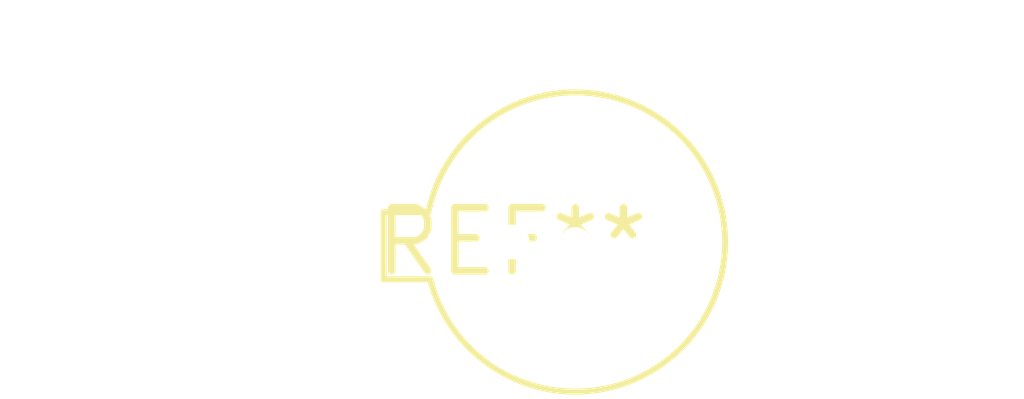
<source format=kicad_pcb>
(kicad_pcb (version 20240108) (generator pcbnew)
  (layers (0 "F.Cu" signal) (31 "B.Cu" signal) (34 "B.Paste" user) (35 "F.Paste" user) (36 "B.SilkS" user "B.Silkscreen") (37 "F.SilkS" user "F.Silkscreen") (38 "B.Mask" user) (39 "F.Mask" user) (44 "Edge.Cuts" user))
  (net 0 "")
  (footprint "TO-46-2_Pin2Center" (layer "F.Cu") (at 0 0)
    (property "Reference" "REF**")
    (property "Value" "TO-46-2_Pin2Center")
    (fp_line (start -2.58 -0.6) (end -2.58 0.75) (layer "F.SilkS") (stroke (width 0.12)))
    (fp_line (start -2.58 0.75) (end -1.68 0.75) (layer "F.SilkS") (stroke (width 0.12)))
    (fp_line (start -1.68 -0.6) (end -2.58 -0.6) (layer "F.SilkS") (stroke (width 0.12)))
    (fp_arc (start -1.68 -0.6) (mid 4.279362 -0.078983) (end -1.644465 0.753918) (layer "F.SilkS") (stroke (width 0.12)))
    (pad "1" thru_hole oval (at 0 0 90) (size 1.5 1) (drill 0.7) (layers *.Cu *.Mask) (remove_unused_layers))
    (pad "2" thru_hole oval (at 1.27 0) (size 1 1) (drill 0.6) (layers *.Cu *.Mask) (remove_unused_layers))
  )
)
</source>
